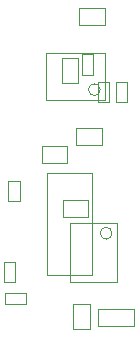
<source format=gbr>
G04 Layer_Color=16711935*
%FSLAX45Y45*%
%MOMM*%
%TF.FileFunction,Other,Mechanical_13*%
%TF.Part,Single*%
G01*
G75*
%TA.AperFunction,NonConductor*%
%ADD42C,0.10000*%
D42*
X-653600Y1464800D02*
G03*
X-653600Y1464800I-50000J0D01*
G01*
X-553800Y248900D02*
G03*
X-553800Y248900I-50000J0D01*
G01*
X-670702Y-535402D02*
Y-395397D01*
X-370698Y-535402D02*
Y-395397D01*
X-670702Y-535402D02*
X-370698D01*
X-670702Y-395397D02*
X-370698D01*
X-1469898Y-162397D02*
X-1374902D01*
X-1469898Y7600D02*
X-1374902D01*
X-1469898Y-162397D02*
Y7600D01*
X-1374902Y-162397D02*
Y7600D01*
X-1286601Y-352298D02*
Y-257302D01*
X-1456599Y-352298D02*
Y-257302D01*
Y-352298D02*
X-1286601D01*
X-1456599Y-257302D02*
X-1286601D01*
X-520502Y1357401D02*
X-425501D01*
X-520502Y1527399D02*
X-425501D01*
X-520502Y1357401D02*
Y1527399D01*
X-425501Y1357401D02*
Y1527399D01*
X-672902D02*
X-577901D01*
X-672902Y1357401D02*
X-577901D01*
Y1527399D01*
X-672902Y1357401D02*
Y1527399D01*
X-882802Y-564698D02*
X-742803D01*
X-882802Y-349702D02*
X-742803D01*
X-882802Y-564698D02*
Y-349702D01*
X-742803Y-564698D02*
Y-349702D01*
X-981100Y1733098D02*
X-841101D01*
X-981100Y1518102D02*
X-841101D01*
Y1733098D01*
X-981100Y1518102D02*
Y1733098D01*
X-806201Y1588902D02*
X-711200D01*
X-806201Y1763898D02*
X-711200D01*
X-806201Y1588902D02*
Y1763898D01*
X-711200Y1588902D02*
Y1763898D01*
X-1104900Y-101600D02*
Y762000D01*
X-723900Y-101600D02*
Y762000D01*
X-1104900D02*
X-723900D01*
X-1104900Y-101600D02*
X-723900D01*
X-1431798Y524601D02*
X-1336802D01*
X-1431798Y694599D02*
X-1336802D01*
X-1431798Y524601D02*
Y694599D01*
X-1336802Y524601D02*
Y694599D01*
X-1147801Y844403D02*
Y984402D01*
X-932800Y844403D02*
Y984402D01*
X-1147801D02*
X-932800D01*
X-1147801Y844403D02*
X-932800D01*
X-1113602Y1374800D02*
X-613598D01*
X-1113602Y1774800D02*
X-613598D01*
Y1374800D02*
Y1774800D01*
X-1113602Y1374800D02*
Y1774800D01*
X-913795Y-161102D02*
X-513796D01*
X-913795Y338902D02*
X-513796D01*
X-913795Y-161102D02*
Y338902D01*
X-513796Y-161102D02*
Y338902D01*
X-971098Y387198D02*
Y527197D01*
X-756097Y387198D02*
Y527197D01*
X-971098Y387198D02*
X-756097D01*
X-971098Y527197D02*
X-756097D01*
X-642899Y996803D02*
Y1136802D01*
X-857900Y996803D02*
Y1136802D01*
X-642899D01*
X-857900Y996803D02*
X-642899D01*
X-615300Y2012803D02*
Y2152802D01*
X-830296Y2012803D02*
Y2152802D01*
X-615300D01*
X-830296Y2012803D02*
X-615300D01*
%TF.MD5,4b295c6e8c759fc997c480e071490d6d*%
M02*

</source>
